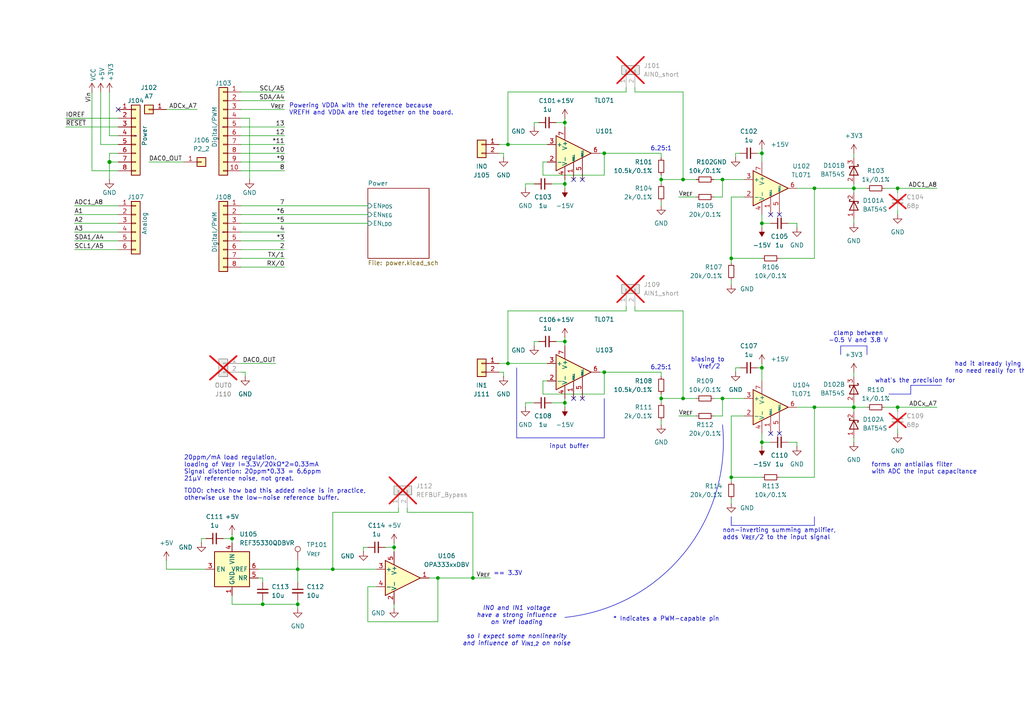
<source format=kicad_sch>
(kicad_sch (version 20250114) (generator "eeschema") (generator_version "9.0")
  (paper "A4")
  (title_block (date "2025-04-24"))
  (arc (start 209.55 123.19) (mid 198.2631 160.5989) (end 163.83 179.07))
  (text "TODO: check how bad this added noise is in practice,\notherwise use the low-noise reference buffer." (at 53.34 143.51 0) (effects (font (size 1.27 1.27)) (justify left)))
  (text "== 3.3V" (at 147.32 166.37 0) (effects (font (size 1.27 1.27) (thickness 0.1588))))
  (text "6.25:1" (at 191.77 106.68 0) (effects (font (size 1.27 1.27))))
  (text "what's the precision for" (at 265.43 110.49 0) (effects (font (size 1.27 1.27))))
  (text "forms an antialias filter\nwith ADC the input capacitance" (at 252.73 135.89 0) (effects (font (size 1.27 1.27)) (justify left)))
  (text "IN0 and IN1 voltage\nhave a strong influence\non Vref loading\n\nso I expect some nonlinearity\nand influence of V_{IN1,2} on noise" (at 149.86 181.61 0) (effects (font (size 1.27 1.27) (thickness 0.1588) (italic yes))))
  (text "non-inverting summing amplifier,\nadds V_{REF}/2 to the input signal" (at 209.55 154.94 0) (effects (font (size 1.27 1.27)) (justify left)))
  (text "20ppm/mA load regulation,\nloading of V_{REF} I=3.3V/20kΩ*2=0.33mA\nSignal distortion: 20ppm*0.33 = 6.6ppm\n21µV reference noise, not great." (at 53.34 135.89 0) (effects (font (size 1.27 1.27)) (justify left)))
  (text "input buffer" (at 165.1 129.54 0) (effects (font (size 1.27 1.27))))
  (text "6.25:1" (at 191.77 43.18 0) (effects (font (size 1.27 1.27))))
  (text "* Indicates a PWM-capable pin" (at 177.8 180.34 0) (effects (font (size 1.27 1.27)) (justify left bottom)))
  (text "biasing to \nVref/2" (at 205.74 105.41 0) (effects (font (size 1.27 1.27))))
  (text "clamp between\n-0.5 V and 3.8 V" (at 248.92 97.79 0) (effects (font (size 1.27 1.27))))
  (text "had it already lying around\nno need really for that high precision" (at 276.86 106.68 0) (effects (font (size 1.27 1.27)) (justify left)))
  (text "Powering VDDA with the reference because\nVREFH and VDDA are tied together on the board." (at 83.82 31.75 0) (effects (font (size 1.27 1.27)) (justify left)))
  (junction (at 220.98 128.27))
  (junction (at 247.65 118.11))
  (junction (at 76.2 175.26))
  (junction (at 86.36 165.1))
  (junction (at 137.16 167.64))
  (junction (at 67.31 156.21))
  (junction (at 86.36 175.26))
  (junction (at 220.98 64.77))
  (junction (at 247.65 54.61))
  (junction (at 114.3 158.75))
  (junction (at 191.77 115.57))
  (junction (at 31.75 46.99) (diameter 1.016))
  (junction (at 198.12 115.57))
  (junction (at 220.98 44.45))
  (junction (at 175.26 107.95))
  (junction (at 96.52 165.1))
  (junction (at 260.35 118.11))
  (junction (at 147.32 41.91))
  (junction (at 191.77 52.07))
  (junction (at 209.55 115.57))
  (junction (at 209.55 52.07))
  (junction (at 260.35 54.61))
  (junction (at 175.26 44.45))
  (junction (at 163.83 99.06))
  (junction (at 163.83 35.56))
  (junction (at 236.22 54.61))
  (junction (at 198.12 52.07))
  (junction (at 212.09 74.93))
  (junction (at 220.98 106.68))
  (junction (at 163.83 116.84))
  (junction (at 127 167.64))
  (junction (at 147.32 105.41))
  (junction (at 212.09 138.43))
  (junction (at 236.22 118.11))
  (junction (at 163.83 53.34))
  (no_connect (at 223.52 125.73))
  (no_connect (at 166.37 52.07))
  (no_connect (at 168.91 52.07))
  (no_connect (at 166.37 115.57))
  (no_connect (at 226.06 125.73))
  (no_connect (at 34.29 31.75))
  (no_connect (at 223.52 62.23))
  (no_connect (at 226.06 62.23))
  (no_connect (at 168.91 115.57))
  (wire (pts (xy 69.85 77.47) (xy 82.55 77.47)))
  (wire (pts (xy 212.09 57.15) (xy 212.09 74.93)))
  (wire (pts (xy 76.2 167.64) (xy 74.93 167.64)))
  (wire (pts (xy 115.57 147.32) (xy 115.57 148.59)))
  (wire (pts (xy 124.46 167.64) (xy 127 167.64)))
  (wire (pts (xy 69.85 44.45) (xy 82.55 44.45)))
  (wire (pts (xy 236.22 118.11) (xy 247.65 118.11)))
  (wire (pts (xy 59.69 156.21) (xy 58.42 156.21)))
  (wire (pts (xy 152.4 116.84) (xy 154.94 116.84)))
  (wire (pts (xy 247.65 44.45) (xy 247.65 45.72)))
  (wire (pts (xy 160.02 116.84) (xy 163.83 116.84)))
  (wire (pts (xy 247.65 118.11) (xy 247.65 119.38)))
  (wire (pts (xy 69.85 26.67) (xy 82.55 26.67)))
  (wire (pts (xy 157.48 110.49) (xy 158.75 110.49)))
  (wire (pts (xy 147.32 41.91) (xy 158.75 41.91)))
  (wire (pts (xy 114.3 158.75) (xy 114.3 160.02)))
  (polyline (pts (xy 243.84 102.87) (xy 243.84 100.33)))
  (wire (pts (xy 256.54 118.11) (xy 260.35 118.11)))
  (wire (pts (xy 220.98 64.77) (xy 220.98 66.04)))
  (wire (pts (xy 196.85 57.15) (xy 201.93 57.15)))
  (polyline (pts (xy 212.09 152.4) (xy 236.22 152.4)))
  (wire (pts (xy 48.26 165.1) (xy 59.69 165.1)))
  (wire (pts (xy 215.9 120.65) (xy 212.09 120.65)))
  (wire (pts (xy 231.14 118.11) (xy 236.22 118.11)))
  (wire (pts (xy 212.09 74.93) (xy 212.09 76.2)))
  (wire (pts (xy 161.29 35.56) (xy 163.83 35.56)))
  (wire (pts (xy 31.75 44.45) (xy 31.75 46.99)))
  (wire (pts (xy 256.54 54.61) (xy 260.35 54.61)))
  (wire (pts (xy 21.59 72.39) (xy 34.29 72.39)))
  (wire (pts (xy 157.48 46.99) (xy 158.75 46.99)))
  (wire (pts (xy 214.63 106.68) (xy 213.36 106.68)))
  (wire (pts (xy 118.11 147.32) (xy 118.11 148.59)))
  (wire (pts (xy 260.35 124.46) (xy 260.35 125.73)))
  (wire (pts (xy 127 180.34) (xy 106.68 180.34)))
  (wire (pts (xy 198.12 115.57) (xy 201.93 115.57)))
  (wire (pts (xy 212.09 146.05) (xy 212.09 144.78)))
  (wire (pts (xy 175.26 107.95) (xy 191.77 107.95)))
  (wire (pts (xy 196.85 120.65) (xy 201.93 120.65)))
  (wire (pts (xy 31.75 46.99) (xy 31.75 52.07)))
  (wire (pts (xy 144.78 41.91) (xy 147.32 41.91)))
  (wire (pts (xy 198.12 90.17) (xy 198.12 115.57)))
  (wire (pts (xy 220.98 43.18) (xy 220.98 44.45)))
  (wire (pts (xy 163.83 35.56) (xy 163.83 36.83)))
  (wire (pts (xy 86.36 165.1) (xy 96.52 165.1)))
  (wire (pts (xy 207.01 57.15) (xy 209.55 57.15)))
  (wire (pts (xy 146.05 109.22) (xy 146.05 107.95)))
  (wire (pts (xy 31.75 39.37) (xy 34.29 39.37)))
  (wire (pts (xy 247.65 53.34) (xy 247.65 54.61)))
  (wire (pts (xy 29.21 41.91) (xy 34.29 41.91)))
  (wire (pts (xy 184.15 90.17) (xy 184.15 88.9)))
  (wire (pts (xy 29.21 26.67) (xy 29.21 41.91)))
  (wire (pts (xy 220.98 106.68) (xy 220.98 110.49)))
  (wire (pts (xy 191.77 45.72) (xy 191.77 44.45)))
  (wire (pts (xy 76.2 168.91) (xy 76.2 167.64)))
  (polyline (pts (xy 236.22 149.86) (xy 236.22 152.4)))
  (wire (pts (xy 147.32 26.67) (xy 181.61 26.67)))
  (wire (pts (xy 212.09 74.93) (xy 220.98 74.93)))
  (wire (pts (xy 191.77 50.8) (xy 191.77 52.07)))
  (wire (pts (xy 69.85 36.83) (xy 82.55 36.83)))
  (wire (pts (xy 163.83 115.57) (xy 163.83 116.84)))
  (wire (pts (xy 96.52 148.59) (xy 115.57 148.59)))
  (wire (pts (xy 31.75 26.67) (xy 31.75 39.37)))
  (wire (pts (xy 69.85 59.69) (xy 106.68 59.69)))
  (wire (pts (xy 71.12 109.22) (xy 71.12 107.95)))
  (wire (pts (xy 175.26 44.45) (xy 175.26 50.8)))
  (wire (pts (xy 34.29 59.69) (xy 21.59 59.69)))
  (wire (pts (xy 213.36 106.68) (xy 213.36 107.95)))
  (wire (pts (xy 220.98 44.45) (xy 220.98 46.99)))
  (wire (pts (xy 69.85 39.37) (xy 82.55 39.37)))
  (polyline (pts (xy 264.16 111.76) (xy 273.05 111.76)))
  (wire (pts (xy 69.85 105.41) (xy 80.01 105.41)))
  (wire (pts (xy 67.31 175.26) (xy 67.31 172.72)))
  (wire (pts (xy 69.85 62.23) (xy 106.68 62.23)))
  (wire (pts (xy 220.98 105.41) (xy 220.98 106.68)))
  (wire (pts (xy 236.22 138.43) (xy 236.22 118.11)))
  (wire (pts (xy 228.6 64.77) (xy 231.14 64.77)))
  (wire (pts (xy 137.16 167.64) (xy 142.24 167.64)))
  (wire (pts (xy 156.21 99.06) (xy 154.94 99.06)))
  (wire (pts (xy 260.35 54.61) (xy 271.78 54.61)))
  (wire (pts (xy 106.68 180.34) (xy 106.68 170.18)))
  (wire (pts (xy 86.36 165.1) (xy 74.93 165.1)))
  (wire (pts (xy 213.36 44.45) (xy 213.36 45.72)))
  (wire (pts (xy 220.98 64.77) (xy 223.52 64.77)))
  (wire (pts (xy 209.55 52.07) (xy 209.55 57.15)))
  (wire (pts (xy 212.09 120.65) (xy 212.09 138.43)))
  (wire (pts (xy 69.85 46.99) (xy 82.55 46.99)))
  (wire (pts (xy 226.06 138.43) (xy 236.22 138.43)))
  (wire (pts (xy 173.99 107.95) (xy 175.26 107.95)))
  (wire (pts (xy 231.14 54.61) (xy 236.22 54.61)))
  (wire (pts (xy 209.55 115.57) (xy 209.55 120.65)))
  (wire (pts (xy 236.22 74.93) (xy 236.22 54.61)))
  (wire (pts (xy 260.35 118.11) (xy 260.35 119.38)))
  (wire (pts (xy 69.85 67.31) (xy 82.55 67.31)))
  (wire (pts (xy 184.15 26.67) (xy 184.15 25.4)))
  (wire (pts (xy 160.02 53.34) (xy 163.83 53.34)))
  (wire (pts (xy 219.71 106.68) (xy 220.98 106.68)))
  (polyline (pts (xy 243.84 100.33) (xy 251.46 100.33)))
  (wire (pts (xy 96.52 165.1) (xy 96.52 148.59)))
  (wire (pts (xy 175.26 44.45) (xy 191.77 44.45)))
  (wire (pts (xy 106.68 170.18) (xy 109.22 170.18)))
  (wire (pts (xy 191.77 52.07) (xy 191.77 53.34)))
  (wire (pts (xy 161.29 99.06) (xy 163.83 99.06)))
  (wire (pts (xy 48.26 31.75) (xy 57.15 31.75)))
  (wire (pts (xy 19.05 34.29) (xy 34.29 34.29)))
  (wire (pts (xy 118.11 148.59) (xy 137.16 148.59)))
  (wire (pts (xy 207.01 115.57) (xy 209.55 115.57)))
  (polyline (pts (xy 149.86 106.68) (xy 149.86 127)))
  (wire (pts (xy 207.01 120.65) (xy 209.55 120.65)))
  (polyline (pts (xy 175.26 115.57) (xy 175.26 127)))
  (wire (pts (xy 105.41 158.75) (xy 105.41 160.02)))
  (wire (pts (xy 163.83 52.07) (xy 163.83 53.34)))
  (wire (pts (xy 64.77 156.21) (xy 67.31 156.21)))
  (wire (pts (xy 152.4 116.84) (xy 152.4 118.11)))
  (wire (pts (xy 156.21 35.56) (xy 154.94 35.56)))
  (polyline (pts (xy 149.86 127) (xy 175.26 127)))
  (wire (pts (xy 72.39 34.29) (xy 72.39 52.07)))
  (wire (pts (xy 198.12 26.67) (xy 198.12 52.07)))
  (wire (pts (xy 228.6 128.27) (xy 231.14 128.27)))
  (wire (pts (xy 191.77 58.42) (xy 191.77 59.69)))
  (wire (pts (xy 144.78 44.45) (xy 146.05 44.45)))
  (wire (pts (xy 175.26 107.95) (xy 175.26 114.3)))
  (wire (pts (xy 69.85 31.75) (xy 82.55 31.75)))
  (wire (pts (xy 260.35 60.96) (xy 260.35 62.23)))
  (polyline (pts (xy 251.46 100.33) (xy 251.46 102.87)))
  (wire (pts (xy 34.29 64.77) (xy 21.59 64.77)))
  (wire (pts (xy 19.05 36.83) (xy 34.29 36.83)))
  (wire (pts (xy 184.15 26.67) (xy 198.12 26.67)))
  (wire (pts (xy 181.61 25.4) (xy 181.61 26.67)))
  (wire (pts (xy 34.29 46.99) (xy 31.75 46.99)))
  (wire (pts (xy 157.48 50.8) (xy 157.48 46.99)))
  (wire (pts (xy 191.77 115.57) (xy 191.77 116.84)))
  (wire (pts (xy 137.16 148.59) (xy 137.16 167.64)))
  (wire (pts (xy 191.77 114.3) (xy 191.77 115.57)))
  (wire (pts (xy 251.46 54.61) (xy 247.65 54.61)))
  (polyline (pts (xy 257.81 114.3) (xy 264.16 114.3)))
  (wire (pts (xy 147.32 26.67) (xy 147.32 41.91)))
  (wire (pts (xy 152.4 53.34) (xy 154.94 53.34)))
  (wire (pts (xy 147.32 105.41) (xy 158.75 105.41)))
  (wire (pts (xy 127 167.64) (xy 127 180.34)))
  (wire (pts (xy 86.36 175.26) (xy 76.2 175.26)))
  (wire (pts (xy 207.01 52.07) (xy 209.55 52.07)))
  (wire (pts (xy 175.26 114.3) (xy 157.48 114.3)))
  (wire (pts (xy 173.99 44.45) (xy 175.26 44.45)))
  (wire (pts (xy 127 167.64) (xy 137.16 167.64)))
  (wire (pts (xy 147.32 90.17) (xy 147.32 105.41)))
  (wire (pts (xy 34.29 49.53) (xy 26.67 49.53)))
  (wire (pts (xy 163.83 97.79) (xy 163.83 99.06)))
  (wire (pts (xy 86.36 162.56) (xy 86.36 165.1)))
  (wire (pts (xy 144.78 107.95) (xy 146.05 107.95)))
  (wire (pts (xy 184.15 90.17) (xy 198.12 90.17)))
  (wire (pts (xy 220.98 128.27) (xy 220.98 129.54)))
  (wire (pts (xy 21.59 62.23) (xy 34.29 62.23)))
  (wire (pts (xy 86.36 175.26) (xy 86.36 176.53)))
  (wire (pts (xy 69.85 107.95) (xy 71.12 107.95)))
  (wire (pts (xy 247.65 116.84) (xy 247.65 118.11)))
  (wire (pts (xy 209.55 115.57) (xy 215.9 115.57)))
  (polyline (pts (xy 212.09 149.86) (xy 212.09 152.4)))
  (wire (pts (xy 212.09 138.43) (xy 212.09 139.7)))
  (wire (pts (xy 114.3 175.26) (xy 114.3 176.53)))
  (wire (pts (xy 220.98 62.23) (xy 220.98 64.77)))
  (wire (pts (xy 163.83 53.34) (xy 163.83 54.61)))
  (wire (pts (xy 175.26 50.8) (xy 157.48 50.8)))
  (wire (pts (xy 231.14 128.27) (xy 231.14 129.54)))
  (wire (pts (xy 69.85 34.29) (xy 72.39 34.29)))
  (wire (pts (xy 181.61 88.9) (xy 181.61 90.17)))
  (wire (pts (xy 191.77 115.57) (xy 198.12 115.57)))
  (wire (pts (xy 76.2 175.26) (xy 67.31 175.26)))
  (wire (pts (xy 34.29 44.45) (xy 31.75 44.45)))
  (wire (pts (xy 53.34 46.99) (xy 43.18 46.99)))
  (wire (pts (xy 111.76 158.75) (xy 114.3 158.75)))
  (wire (pts (xy 214.63 44.45) (xy 213.36 44.45)))
  (wire (pts (xy 154.94 99.06) (xy 154.94 100.33)))
  (wire (pts (xy 114.3 157.48) (xy 114.3 158.75)))
  (wire (pts (xy 69.85 41.91) (xy 82.55 41.91)))
  (wire (pts (xy 106.68 158.75) (xy 105.41 158.75)))
  (wire (pts (xy 86.36 173.99) (xy 86.36 175.26)))
  (wire (pts (xy 231.14 64.77) (xy 231.14 66.04)))
  (wire (pts (xy 69.85 64.77) (xy 106.68 64.77)))
  (wire (pts (xy 236.22 54.61) (xy 247.65 54.61)))
  (wire (pts (xy 58.42 156.21) (xy 58.42 157.48)))
  (wire (pts (xy 21.59 67.31) (xy 34.29 67.31)))
  (wire (pts (xy 247.65 63.5) (xy 247.65 64.77)))
  (wire (pts (xy 247.65 54.61) (xy 247.65 55.88)))
  (wire (pts (xy 215.9 57.15) (xy 212.09 57.15)))
  (wire (pts (xy 144.78 105.41) (xy 147.32 105.41)))
  (wire (pts (xy 191.77 109.22) (xy 191.77 107.95)))
  (wire (pts (xy 163.83 34.29) (xy 163.83 35.56)))
  (wire (pts (xy 86.36 168.91) (xy 86.36 165.1)))
  (wire (pts (xy 96.52 165.1) (xy 109.22 165.1)))
  (wire (pts (xy 76.2 173.99) (xy 76.2 175.26)))
  (polyline (pts (xy 264.16 114.3) (xy 264.16 111.76)))
  (wire (pts (xy 191.77 52.07) (xy 198.12 52.07)))
  (wire (pts (xy 251.46 118.11) (xy 247.65 118.11)))
  (wire (pts (xy 69.85 29.21) (xy 82.55 29.21)))
  (wire (pts (xy 163.83 116.84) (xy 163.83 118.11)))
  (wire (pts (xy 260.35 54.61) (xy 260.35 55.88)))
  (wire (pts (xy 212.09 82.55) (xy 212.09 81.28)))
  (wire (pts (xy 69.85 72.39) (xy 82.55 72.39)))
  (wire (pts (xy 146.05 45.72) (xy 146.05 44.45)))
  (wire (pts (xy 220.98 125.73) (xy 220.98 128.27)))
  (wire (pts (xy 152.4 53.34) (xy 152.4 54.61)))
  (wire (pts (xy 69.85 69.85) (xy 82.55 69.85)))
  (wire (pts (xy 157.48 114.3) (xy 157.48 110.49)))
  (wire (pts (xy 48.26 162.56) (xy 48.26 165.1)))
  (wire (pts (xy 209.55 52.07) (xy 215.9 52.07)))
  (wire (pts (xy 198.12 52.07) (xy 201.93 52.07)))
  (wire (pts (xy 191.77 121.92) (xy 191.77 123.19)))
  (wire (pts (xy 260.35 118.11) (xy 271.78 118.11)))
  (wire (pts (xy 219.71 44.45) (xy 220.98 44.45)))
  (wire (pts (xy 163.83 99.06) (xy 163.83 100.33)))
  (wire (pts (xy 147.32 90.17) (xy 181.61 90.17)))
  (wire (pts (xy 154.94 35.56) (xy 154.94 36.83)))
  (wire (pts (xy 247.65 127) (xy 247.65 128.27)))
  (wire (pts (xy 212.09 138.43) (xy 220.98 138.43)))
  (wire (pts (xy 69.85 74.93) (xy 82.55 74.93)))
  (wire (pts (xy 26.67 49.53) (xy 26.67 26.67)))
  (wire (pts (xy 220.98 128.27) (xy 223.52 128.27)))
  (wire (pts (xy 67.31 154.94) (xy 67.31 156.21)))
  (wire (pts (xy 67.31 156.21) (xy 67.31 157.48)))
  (wire (pts (xy 34.29 69.85) (xy 21.59 69.85)))
  (wire (pts (xy 226.06 74.93) (xy 236.22 74.93)))
  (wire (pts (xy 69.85 49.53) (xy 82.55 49.53)))
  (wire (pts (xy 247.65 107.95) (xy 247.65 109.22)))
  (label "RX{slash}0" (at 82.55 77.47 180))
  (label "A2" (at 21.59 64.77 0))
  (label "4" (at 82.55 67.31 180))
  (label "2" (at 82.55 72.39 180))
  (label "A3" (at 21.59 67.31 0))
  (label "13" (at 82.55 36.83 180))
  (label "12" (at 82.55 39.37 180))
  (label "V_{REF}" (at 82.55 31.75 180))
  (label "~{RESET}" (at 19.05 36.83 0))
  (label "DAC0_OUT" (at 80.01 105.41 180))
  (label "*10" (at 82.55 44.45 180))
  (label "V_{REF}" (at 196.85 57.15 0))
  (label "7" (at 82.55 59.69 180))
  (label "SDA{slash}A4" (at 82.55 29.21 180))
  (label "8" (at 82.55 49.53 180))
  (label "V_{REF}" (at 142.24 167.64 180))
  (label "*11" (at 82.55 41.91 180))
  (label "*3" (at 82.55 69.85 180))
  (label "ADCx_A7" (at 271.78 118.11 180))
  (label "A1" (at 21.59 62.23 0))
  (label "TX{slash}1" (at 82.55 74.93 180))
  (label "DAC0_OUT" (at 43.18 46.99 0))
  (label "ADC1_A8" (at 21.59 59.69 0))
  (label "Vin" (at 26.67 26.67 270))
  (label "*6" (at 82.55 62.23 180))
  (label "ADC1_A8" (at 271.78 54.61 180))
  (label "SCL{slash}A5" (at 82.55 26.67 180))
  (label "*9" (at 82.55 46.99 180))
  (label "*5" (at 82.55 64.77 180))
  (label "IOREF" (at 19.05 34.29 0))
  (label "SDA1{slash}A4" (at 21.59 69.85 0))
  (label "ADCx_A7" (at 57.15 31.75 180))
  (label "SCL1{slash}A5" (at 21.59 72.39 0))
  (label "V_{REF}" (at 196.85 120.65 0))
  (symbol (lib_id "Connector_Generic:Conn_01x08") (at 39.37 39.37 0) (unit 1) (in_bom no)
    (property "Reference" "J104" (at 39.37 29.21 0))
    (property "Value" "Power" (at 41.91 39.37 90))
    (property "Footprint" "Connector_PinSocket_2.54mm:PinSocket_1x08_P2.54mm_Vertical" (effects (hide yes)))
    (property "Datasheet" "~" (at 39.37 39.37 0))
    (property "Description" "Generic connector, single row, 01x08, script generated (kicad-library-utils/schlib/autogen/connector/)" (effects (hide yes)))
  )
  (symbol (lib_id "power:+3V3") (at 31.75 26.67 0) (unit 1)
    (property "Reference" "#PWR0103" (effects (hide yes)))
    (property "Value" "+3V3" (at 32.131 23.622 90) (effects (justify left)))
    (property "Description" "Power symbol creates a global label with name \"+3V3\"" (effects (hide yes)))
  )
  (symbol (lib_id "power:+5V") (at 29.21 26.67 0) (unit 1)
    (property "Reference" "#PWR0102" (effects (hide yes)))
    (property "Value" "+5V" (at 29.5656 23.622 90) (effects (justify left)))
    (property "Description" "Power symbol creates a global label with name \"+5V\"" (effects (hide yes)))
  )
  (symbol (lib_id "power:GND") (at 31.75 52.07 0) (unit 1)
    (property "Reference" "#PWR0110" (effects (hide yes)))
    (property "Value" "GND" (at 31.75 55.88 0))
    (property "Description" "Power symbol creates a global label with name \"GND\" , ground" (effects (hide yes)))
  )
  (symbol (lib_id "Connector_Generic:Conn_01x10") (at 64.77 36.83 0) (mirror y) (unit 1) (in_bom no)
    (property "Reference" "J103" (at 64.77 24.13 0))
    (property "Value" "Digital/PWM" (at 62.23 36.83 90))
    (property "Footprint" "Connector_PinSocket_2.54mm:PinSocket_1x10_P2.54mm_Vertical" (effects (hide yes)))
    (property "Datasheet" "~" (at 64.77 36.83 0))
    (property "Description" "Generic connector, single row, 01x10, script generated (kicad-library-utils/schlib/autogen/connector/)" (effects (hide yes)))
  )
  (symbol (lib_id "power:GND") (at 72.39 52.07 0) (unit 1)
    (property "Reference" "#PWR0111" (effects (hide yes)))
    (property "Value" "GND" (at 72.39 55.88 0))
    (property "Description" "Power symbol creates a global label with name \"GND\" , ground" (effects (hide yes)))
  )
  (symbol (lib_id "Connector_Generic:Conn_01x06") (at 39.37 64.77 0) (unit 1) (in_bom no)
    (property "Reference" "J107" (at 39.37 57.15 0))
    (property "Value" "Analog" (at 41.91 64.77 90))
    (property "Footprint" "Connector_PinSocket_2.54mm:PinSocket_1x06_P2.54mm_Vertical" (effects (hide yes)))
    (property "Description" "Generic connector, single row, 01x06, script generated (kicad-library-utils/schlib/autogen/connector/)" (effects (hide yes)))
  )
  (symbol (lib_id "Connector_Generic:Conn_01x08") (at 64.77 67.31 0) (mirror y) (unit 1) (in_bom no)
    (property "Reference" "J108" (at 64.77 57.15 0))
    (property "Value" "Digital/PWM" (at 62.23 67.31 90))
    (property "Footprint" "Connector_PinSocket_2.54mm:PinSocket_1x08_P2.54mm_Vertical" (effects (hide yes)))
    (property "Datasheet" "~" (at 64.77 67.31 0))
    (property "Description" "Generic connector, single row, 01x08, script generated (kicad-library-utils/schlib/autogen/connector/)" (effects (hide yes)))
  )
  (symbol (lib_id "Connector_Generic:Conn_01x02") (at 181.61 83.82 90) (unit 1) (dnp yes)
    (property "Reference" "J109" (at 186.69 82.5499 90) (effects (justify right)))
    (property "Value" "AIN1_short" (at 186.69 85.0899 90) (effects (justify right)))
    (property "Footprint" "Connector_PinHeader_2.54mm:PinHeader_1x02_P2.54mm_Vertical" (effects (hide yes)))
    (property "Description" "Generic connector, single row, 01x02, script generated (kicad-library-utils/schlib/autogen/connector/)" (effects (hide yes)))
  )
  (symbol (lib_id "power:+15V") (at 220.98 43.18 0) (mirror y) (unit 1)
    (property "Reference" "#PWR0106" (effects (hide yes)))
    (property "Value" "+15V" (at 223.52 41.9099 0) (effects (justify right)))
    (property "Description" "Power symbol creates a global label with name \"+15V\"" (effects (hide yes)))
  )
  (symbol (lib_id "Amplifier_Operational:TL071") (at 166.37 44.45 0) (unit 1) (in_bom no)
    (property "Reference" "U101" (at 175.26 38.0298 0))
    (property "Value" "TL071" (at 175.26 29.1398 0))
    (property "Footprint" "Package_SO:SOIC-8_3.9x4.9mm_P1.27mm" (effects (hide yes)))
    (property "Datasheet" "http://www.ti.com/lit/ds/symlink/tl071.pdf" (effects (hide yes)))
    (property "Description" "Single Low-Noise JFET-Input Operational Amplifiers, DIP-8/SOIC-8" (effects (hide yes)))
  )
  (symbol (lib_id "Device:C_Small") (at 76.2 171.45 0) (unit 1)
    (property "Reference" "C113" (at 78.74 170.1862 0) (effects (justify left)))
    (property "Value" "10u" (at 78.74 172.7262 0) (effects (justify left)))
    (property "Footprint" "Capacitor_SMD:C_0402_1005Metric" (effects (hide yes)))
    (property "Description" "Unpolarized capacitor, small symbol" (effects (hide yes)))
    (property "MPN" "CL05A106MQ5NUNC" (effects (hide yes)))
    (property "LCSC" "C15525" (effects (hide yes)))
  )
  (symbol (lib_id "Device:D_Schottky_Dual_Series_ACK_Split") (at 247.65 123.19 90) (unit 1)
    (property "Reference" "D102" (at 250.19 121.6659 90) (effects (justify right)))
    (property "Value" "BAT54S" (at 250.19 124.2059 90) (effects (justify right)))
    (property "Footprint" "Package_TO_SOT_SMD:SOT-23-3" (effects (hide yes)))
    (property "Description" "Dual Schottky diode, anode/center/cathode" (effects (hide yes)))
  )
  (symbol (lib_id "power:GND") (at 260.35 125.73 0) (unit 1)
    (property "Reference" "#PWR0130" (effects (hide yes)))
    (property "Value" "GND" (at 260.35 130.81 0))
    (property "Description" "Power symbol creates a global label with name \"GND\" , ground" (effects (hide yes)))
  )
  (symbol (lib_id "Connector:TestPoint") (at 86.36 162.56 0) (unit 1) (in_bom no)
    (property "Reference" "TP101" (at 88.9 157.9879 0) (effects (justify left)))
    (property "Value" "V_{REF}" (at 88.9 160.5279 0) (effects (justify left)))
    (property "Footprint" "TestPoint:TestPoint_Pad_D1.5mm" (effects (hide yes)))
    (property "Description" "test point" (effects (hide yes)))
  )
  (symbol (lib_id "power:-15V") (at 220.98 129.54 180) (unit 1)
    (property "Reference" "#PWR0132" (effects (hide yes)))
    (property "Value" "-15V" (at 220.98 134.62 0))
    (property "Description" "Power symbol creates a global label with name \"-15V\"" (effects (hide yes)))
  )
  (symbol (lib_id "power:GND") (at 152.4 118.11 0) (unit 1)
    (property "Reference" "#PWR0127" (effects (hide yes)))
    (property "Value" "GND" (at 152.4 123.19 0))
    (property "Description" "Power symbol creates a global label with name \"GND\" , ground" (effects (hide yes)))
  )
  (symbol (lib_name "R_Small_2") (lib_id "Device:R_Small") (at 191.77 111.76 180) (unit 1)
    (property "Reference" "R108" (at 189.23 110.4899 0) (effects (justify left)))
    (property "Value" "10.5k/0.1%" (at 189.23 113.0299 0) (effects (justify left)))
    (property "Footprint" "Resistor_SMD:R_0603_1608Metric" (effects (hide yes)))
    (property "Description" "Resistor, small symbol" (effects (hide yes)))
    (property "MPN" "PTFR0603B10K5N9" (effects (hide yes)))
    (property "LCSC" "C2692889" (effects (hide yes)))
  )
  (symbol (lib_name "R_Small_2") (lib_id "Device:R_Small") (at 191.77 119.38 180) (unit 1)
    (property "Reference" "R111" (at 189.23 118.1099 0) (effects (justify left)))
    (property "Value" "2k/0.1%" (at 189.23 120.6499 0) (effects (justify left)))
    (property "Footprint" "Resistor_SMD:R_0603_1608Metric" (effects (hide yes)))
    (property "Description" "Resistor, small symbol" (effects (hide yes)))
    (property "MPN" "PTFR0603B2K00N9" (effects (hide yes)))
    (property "LCSC" "C394539" (effects (hide yes)))
  )
  (symbol (lib_id "power:+5V") (at 67.31 154.94 0) (unit 1)
    (property "Reference" "#PWR0135" (effects (hide yes)))
    (property "Value" "+5V" (at 67.31 149.86 0))
    (property "Description" "Power symbol creates a global label with name \"+5V\"" (effects (hide yes)))
  )
  (symbol (lib_id "power:-15V") (at 220.98 66.04 180) (unit 1)
    (property "Reference" "#PWR0117" (effects (hide yes)))
    (property "Value" "-15V" (at 220.98 71.12 0))
    (property "Description" "Power symbol creates a global label with name \"-15V\"" (effects (hide yes)))
  )
  (symbol (lib_id "Amplifier_Operational:OPA333xxDBV") (at 116.84 167.64 0) (unit 1) (in_bom no)
    (property "Reference" "U106" (at 129.54 161.2198 0))
    (property "Value" "OPA333xxDBV" (at 129.54 163.7598 0))
    (property "Footprint" "Package_TO_SOT_SMD:SOT-23-5" (effects (hide yes)))
    (property "Datasheet" "http://www.ti.com/lit/ds/symlink/opa333.pdf" (effects (hide yes)))
    (property "Description" "Single 1.8V, microPower, CMOS Operational Amplifiers, Zero-Drift Series, SOT-23-5" (effects (hide yes)))
  )
  (symbol (lib_id "Device:C_Small") (at 217.17 106.68 90) (unit 1)
    (property "Reference" "C107" (at 217.1763 100.33 90))
    (property "Value" "1u" (at 217.1763 102.87 90))
    (property "Footprint" "Capacitor_SMD:C_0402_1005Metric" (effects (hide yes)))
    (property "Description" "Unpolarized capacitor, small symbol" (effects (hide yes)))
    (property "LCSC" "C52923" (effects (hide yes)))
    (property "MPN" "CL05A105KA5NQNC" (effects (hide yes)))
  )
  (symbol (lib_id "Device:C_Small") (at 62.23 156.21 90) (unit 1)
    (property "Reference" "C111" (at 62.2363 149.86 90))
    (property "Value" "1u" (at 62.2363 152.4 90))
    (property "Footprint" "Capacitor_SMD:C_0402_1005Metric" (effects (hide yes)))
    (property "Description" "Unpolarized capacitor, small symbol" (effects (hide yes)))
    (property "MPN" "CL05A105KA5NQNC" (effects (hide yes)))
    (property "LCSC" "C52923" (effects (hide yes)))
  )
  (symbol (lib_name "R_Small_2") (lib_id "Device:R_Small") (at 254 118.11 270) (unit 1)
    (property "Reference" "R110" (at 254 113.03 90))
    (property "Value" "1k/0.1%" (at 254 115.57 90))
    (property "Footprint" "Resistor_SMD:R_0603_1608Metric" (effects (hide yes)))
    (property "Description" "Resistor, small symbol" (effects (hide yes)))
    (property "MPN" "AR03BTB1001" (effects (hide yes)))
    (property "LCSC" "C408913" (effects (hide yes)))
  )
  (symbol (lib_name "R_Small_2") (lib_id "Device:R_Small") (at 191.77 55.88 180) (unit 1)
    (property "Reference" "R104" (at 189.23 54.6099 0) (effects (justify left)))
    (property "Value" "2k/0.1%" (at 189.23 57.1499 0) (effects (justify left)))
    (property "Footprint" "Resistor_SMD:R_0603_1608Metric" (effects (hide yes)))
    (property "Description" "Resistor, small symbol" (effects (hide yes)))
    (property "MPN" "PTFR0603B2K00N9" (effects (hide yes)))
    (property "LCSC" "C394539" (effects (hide yes)))
  )
  (symbol (lib_id "Device:C_Small") (at 217.17 44.45 90) (unit 1)
    (property "Reference" "C102" (at 217.1763 38.1 90))
    (property "Value" "1u" (at 217.1763 40.64 90))
    (property "Footprint" "Capacitor_SMD:C_0402_1005Metric" (effects (hide yes)))
    (property "Description" "Unpolarized capacitor, small symbol" (effects (hide yes)))
    (property "LCSC" "C52923" (effects (hide yes)))
    (property "MPN" "CL05A105KA5NQNC" (effects (hide yes)))
  )
  (symbol (lib_id "Device:C_Small") (at 86.36 171.45 0) (unit 1)
    (property "Reference" "C112" (at 88.9 170.1862 0) (effects (justify left)))
    (property "Value" "10u" (at 88.9 172.7262 0) (effects (justify left)))
    (property "Footprint" "Capacitor_SMD:C_0402_1005Metric" (effects (hide yes)))
    (property "Description" "Unpolarized capacitor, small symbol" (effects (hide yes)))
    (property "MPN" "CL05A106MQ5NUNC" (effects (hide yes)))
    (property "LCSC" "C15525" (effects (hide yes)))
  )
  (symbol (lib_id "power:GND") (at 212.09 82.55 0) (unit 1)
    (property "Reference" "#PWR0119" (effects (hide yes)))
    (property "Value" "GND" (at 214.63 83.8199 0) (effects (justify left)))
    (property "Description" "Power symbol creates a global label with name \"GND\" , ground" (effects (hide yes)))
  )
  (symbol (lib_id "power:GND") (at 247.65 64.77 0) (unit 1)
    (property "Reference" "#PWR0116" (effects (hide yes)))
    (property "Value" "GND" (at 247.65 69.85 0))
    (property "Description" "Power symbol creates a global label with name \"GND\" , ground" (effects (hide yes)))
  )
  (symbol (lib_id "power:GND") (at 152.4 54.61 0) (unit 1)
    (property "Reference" "#PWR0112" (effects (hide yes)))
    (property "Value" "GND" (at 152.4 59.69 0))
    (property "Description" "Power symbol creates a global label with name \"GND\" , ground" (effects (hide yes)))
  )
  (symbol (lib_id "Device:C_Small") (at 226.06 128.27 90) (unit 1)
    (property "Reference" "C110" (at 226.0663 132.08 90))
    (property "Value" "1u" (at 226.0663 134.62 90))
    (property "Footprint" "Capacitor_SMD:C_0402_1005Metric" (effects (hide yes)))
    (property "Description" "Unpolarized capacitor, small symbol" (effects (hide yes)))
    (property "LCSC" "C52923" (effects (hide yes)))
    (property "MPN" "CL05A105KA5NQNC" (effects (hide yes)))
  )
  (symbol (lib_id "Device:C_Small") (at 260.35 58.42 0) (unit 1) (in_bom no) (dnp yes)
    (property "Reference" "C104" (at 262.89 57.1562 0) (effects (justify left)))
    (property "Value" "68p" (at 262.89 59.6962 0) (effects (justify left)))
    (property "Footprint" "Capacitor_SMD:C_0603_1608Metric" (effects (hide yes)))
    (property "Description" "Unpolarized capacitor, small symbol" (effects (hide yes)))
  )
  (symbol (lib_id "Amplifier_Operational:TL071") (at 166.37 107.95 0) (unit 1) (in_bom no)
    (property "Reference" "U103" (at 175.26 101.5298 0))
    (property "Value" "TL071" (at 175.26 92.6398 0))
    (property "Footprint" "Package_SO:SOIC-8_3.9x4.9mm_P1.27mm" (effects (hide yes)))
    (property "Datasheet" "http://www.ti.com/lit/ds/symlink/tl071.pdf" (effects (hide yes)))
    (property "Description" "Single Low-Noise JFET-Input Operational Amplifiers, DIP-8/SOIC-8" (effects (hide yes)))
  )
  (symbol (lib_id "power:+3V3") (at 247.65 107.95 0) (unit 1)
    (property "Reference" "#PWR0123" (effects (hide yes)))
    (property "Value" "+3V3" (at 247.65 102.87 0))
    (property "Description" "Power symbol creates a global label with name \"+3V3\"" (effects (hide yes)))
  )
  (symbol (lib_id "Device:C_Small") (at 157.48 116.84 90) (unit 1)
    (property "Reference" "C108" (at 157.4863 120.65 90))
    (property "Value" "1u" (at 157.4863 123.19 90))
    (property "Footprint" "Capacitor_SMD:C_0402_1005Metric" (effects (hide yes)))
    (property "Description" "Unpolarized capacitor, small symbol" (effects (hide yes)))
    (property "LCSC" "C52923" (effects (hide yes)))
    (property "MPN" "CL05A105KA5NQNC" (effects (hide yes)))
  )
  (symbol (lib_id "power:GND") (at 191.77 59.69 0) (unit 1)
    (property "Reference" "#PWR0114" (effects (hide yes)))
    (property "Value" "GND" (at 191.77 64.77 0))
    (property "Description" "Power symbol creates a global label with name \"GND\" , ground" (effects (hide yes)))
  )
  (symbol (lib_id "power:GND") (at 231.14 66.04 0) (mirror y) (unit 1)
    (property "Reference" "#PWR0118" (effects (hide yes)))
    (property "Value" "GND" (at 231.14 71.12 0))
    (property "Description" "Power symbol creates a global label with name \"GND\" , ground" (effects (hide yes)))
  )
  (symbol (lib_id "Connector_Generic:Conn_01x02") (at 181.61 20.32 90) (unit 1) (dnp yes)
    (property "Reference" "J101" (at 186.69 19.0499 90) (effects (justify right)))
    (property "Value" "AIN0_short" (at 186.69 21.5899 90) (effects (justify right)))
    (property "Footprint" "Connector_PinHeader_2.54mm:PinHeader_1x02_P2.54mm_Vertical" (effects (hide yes)))
    (property "Description" "Generic connector, single row, 01x02, script generated (kicad-library-utils/schlib/autogen/connector/)" (effects (hide yes)))
  )
  (symbol (lib_id "power:GND") (at 146.05 109.22 0) (unit 1)
    (property "Reference" "#PWR0125" (effects (hide yes)))
    (property "Value" "GND" (at 146.05 114.3 0))
    (property "Description" "Power symbol creates a global label with name \"GND\" , ground" (effects (hide yes)))
  )
  (symbol (lib_name "R_Small_2") (lib_id "Device:R_Small") (at 212.09 142.24 0) (unit 1)
    (property "Reference" "R114" (at 209.55 140.9699 0) (effects (justify right)))
    (property "Value" "20k/0.1%" (at 209.55 143.5099 0) (effects (justify right)))
    (property "Footprint" "Resistor_SMD:R_0603_1608Metric" (effects (hide yes)))
    (property "Description" "Resistor, small symbol" (effects (hide yes)))
    (property "MPN" "RT0603BRD0720KL" (effects (hide yes)))
    (property "LCSC" "C723637" (effects (hide yes)))
  )
  (symbol (lib_id "power:VCC") (at 26.67 26.67 0) (unit 1)
    (property "Reference" "#PWR0101" (effects (hide yes)))
    (property "Value" "VCC" (at 27.051 23.622 90) (effects (justify left)))
    (property "Description" "Power symbol creates a global label with name \"VCC\"" (effects (hide yes)))
  )
  (symbol (lib_id "Connector_Generic:Conn_01x02") (at 115.57 142.24 90) (unit 1) (dnp yes)
    (property "Reference" "J112" (at 120.65 140.9699 90) (effects (justify right)))
    (property "Value" "REFBUF_Bypass" (at 120.65 143.5099 90) (effects (justify right)))
    (property "Footprint" "Connector_PinHeader_2.54mm:PinHeader_1x02_P2.54mm_Vertical" (effects (hide yes)))
    (property "Description" "Generic connector, single row, 01x02, script generated (kicad-library-utils/schlib/autogen/connector/)" (effects (hide yes)))
  )
  (symbol (lib_name "R_Small_2") (lib_id "Device:R_Small") (at 204.47 57.15 90) (unit 1)
    (property "Reference" "R105" (at 204.47 59.69 90))
    (property "Value" "20k/0.1%" (at 204.47 62.23 90))
    (property "Footprint" "Resistor_SMD:R_0603_1608Metric" (effects (hide yes)))
    (property "Description" "Resistor, small symbol" (effects (hide yes)))
    (property "MPN" "RT0603BRD0720KL" (effects (hide yes)))
    (property "LCSC" "C723637" (effects (hide yes)))
  )
  (symbol (lib_id "Device:D_Schottky_Dual_Series_ACK_Split") (at 247.65 59.69 90) (unit 1)
    (property "Reference" "D101" (at 250.19 58.1659 90) (effects (justify right)))
    (property "Value" "BAT54S" (at 250.19 60.7059 90) (effects (justify right)))
    (property "Footprint" "Package_TO_SOT_SMD:SOT-23-3" (effects (hide yes)))
    (property "Description" "Dual Schottky diode, anode/center/cathode" (effects (hide yes)))
  )
  (symbol (lib_name "R_Small_2") (lib_id "Device:R_Small") (at 204.47 115.57 90) (unit 1)
    (property "Reference" "R109" (at 204.47 110.49 90))
    (property "Value" "10k/0.1%" (at 204.47 113.03 90))
    (property "Footprint" "Resistor_SMD:R_0603_1608Metric" (effects (hide yes)))
    (property "Description" "Resistor, small symbol" (effects (hide yes)))
    (property "MPN" "RT0603BRD0710KL" (effects (hide yes)))
    (property "LCSC" "C95204" (effects (hide yes)))
  )
  (symbol (lib_id "Device:D_Schottky_Dual_Series_ACK_Split") (at 247.65 49.53 270) (unit 2)
    (property "Reference" "D101" (at 245.11 48.0059 90) (effects (justify right)))
    (property "Value" "BAT54S" (at 245.11 50.5459 90) (effects (justify right)))
    (property "Footprint" "Package_TO_SOT_SMD:SOT-23-3" (effects (hide yes)))
    (property "Description" "Dual Schottky diode, anode/center/cathode" (effects (hide yes)))
  )
  (symbol (lib_id "power:+15V") (at 220.98 105.41 0) (mirror y) (unit 1)
    (property "Reference" "#PWR0122" (effects (hide yes)))
    (property "Value" "+15V" (at 223.52 104.1399 0) (effects (justify right)))
    (property "Description" "Power symbol creates a global label with name \"+15V\"" (effects (hide yes)))
  )
  (symbol (lib_name "R_Small_2") (lib_id "Device:R_Small") (at 191.77 48.26 180) (unit 1)
    (property "Reference" "R101" (at 189.23 46.9899 0) (effects (justify left)))
    (property "Value" "10.5k/0.1%" (at 189.23 49.5299 0) (effects (justify left)))
    (property "Footprint" "Resistor_SMD:R_0603_1608Metric" (effects (hide yes)))
    (property "Description" "Resistor, small symbol" (effects (hide yes)))
    (property "MPN" "PTFR0603B10K5N9" (effects (hide yes)))
    (property "LCSC" "C2692889" (effects (hide yes)))
  )
  (symbol (lib_id "Device:C_Small") (at 226.06 64.77 90) (unit 1)
    (property "Reference" "C105" (at 226.0663 68.58 90))
    (property "Value" "1u" (at 226.0663 71.12 90))
    (property "Footprint" "Capacitor_SMD:C_0402_1005Metric" (effects (hide yes)))
    (property "Description" "Unpolarized capacitor, small symbol" (effects (hide yes)))
    (property "LCSC" "C52923" (effects (hide yes)))
    (property "MPN" "CL05A105KA5NQNC" (effects (hide yes)))
  )
  (symbol (lib_name "R_Small_2") (lib_id "Device:R_Small") (at 254 54.61 270) (unit 1)
    (property "Reference" "R103" (at 254 49.53 90))
    (property "Value" "1k/0.1%" (at 254 52.07 90))
    (property "Footprint" "Resistor_SMD:R_0603_1608Metric" (effects (hide yes)))
    (property "Description" "Resistor, small symbol" (effects (hide yes)))
    (property "MPN" "AR03BTB1001" (effects (hide yes)))
    (property "LCSC" "C408913" (effects (hide yes)))
  )
  (symbol (lib_id "Connector_Generic:Conn_01x01") (at 58.42 46.99 0) (unit 1) (in_bom no)
    (property "Reference" "J106" (at 58.42 40.64 0))
    (property "Value" "P2_2" (at 58.42 43.18 0))
    (property "Footprint" "Connector_PinHeader_2.54mm:PinHeader_1x01_P2.54mm_Vertical" (effects (hide yes)))
    (property "Description" "Generic connector, single row, 01x01, script generated (kicad-library-utils/schlib/autogen/connector/)" (effects (hide yes)))
  )
  (symbol (lib_name "R_Small_2") (lib_id "Device:R_Small") (at 223.52 74.93 270) (unit 1)
    (property "Reference" "R106" (at 223.52 77.47 90))
    (property "Value" "10k/0.1%" (at 223.52 80.01 90))
    (property "Footprint" "Resistor_SMD:R_0603_1608Metric" (effects (hide yes)))
    (property "Description" "Resistor, small symbol" (effects (hide yes)))
    (property "MPN" "RT0603BRD0710KL" (effects (hide yes)))
    (property "LCSC" "C95204" (effects (hide yes)))
  )
  (symbol (lib_id "Device:D_Schottky_Dual_Series_ACK_Split") (at 247.65 113.03 270) (unit 2)
    (property "Reference" "D102" (at 245.11 111.5059 90) (effects (justify right)))
    (property "Value" "BAT54S" (at 245.11 114.0459 90) (effects (justify right)))
    (property "Footprint" "Package_TO_SOT_SMD:SOT-23-3" (effects (hide yes)))
    (property "Description" "Dual Schottky diode, anode/center/cathode" (effects (hide yes)))
  )
  (symbol (lib_id "power:GND") (at 58.42 157.48 0) (unit 1)
    (property "Reference" "#PWR0136" (effects (hide yes)))
    (property "Value" "GND" (at 55.88 158.7499 0) (effects (justify right)))
    (property "Description" "Power symbol creates a global label with name \"GND\" , ground" (effects (hide yes)))
  )
  (symbol (lib_id "power:GND") (at 212.09 146.05 0) (unit 1)
    (property "Reference" "#PWR0134" (effects (hide yes)))
    (property "Value" "GND" (at 214.63 147.3199 0) (effects (justify left)))
    (property "Description" "Power symbol creates a global label with name \"GND\" , ground" (effects (hide yes)))
  )
  (symbol (lib_name "R_Small_2") (lib_id "Device:R_Small") (at 204.47 52.07 90) (unit 1)
    (property "Reference" "R102" (at 204.47 46.99 90))
    (property "Value" "10k/0.1%" (at 204.47 49.53 90))
    (property "Footprint" "Resistor_SMD:R_0603_1608Metric" (effects (hide yes)))
    (property "Description" "Resistor, small symbol" (effects (hide yes)))
    (property "MPN" "RT0603BRD0710KL" (effects (hide yes)))
    (property "LCSC" "C95204" (effects (hide yes)))
  )
  (symbol (lib_name "R_Small_2") (lib_id "Device:R_Small") (at 212.09 78.74 0) (unit 1)
    (property "Reference" "R107" (at 209.55 77.4699 0) (effects (justify right)))
    (property "Value" "20k/0.1%" (at 209.55 80.0099 0) (effects (justify right)))
    (property "Footprint" "Resistor_SMD:R_0603_1608Metric" (effects (hide yes)))
    (property "Description" "Resistor, small symbol" (effects (hide yes)))
    (property "MPN" "RT0603BRD0720KL" (effects (hide yes)))
    (property "LCSC" "C723637" (effects (hide yes)))
  )
  (symbol (lib_id "Connector_Generic:Conn_01x02") (at 139.7 41.91 0) (mirror y) (unit 1) (in_bom no)
    (property "Reference" "J105" (at 139.7 50.8 0))
    (property "Value" "IN0" (at 139.7 48.26 0))
    (property "Footprint" "Connector_PinHeader_2.54mm:PinHeader_1x02_P2.54mm_Vertical" (effects (hide yes)))
    (property "Description" "Generic connector, single row, 01x02, script generated (kicad-library-utils/schlib/autogen/connector/)" (effects (hide yes)))
  )
  (symbol (lib_id "power:-15V") (at 163.83 54.61 180) (unit 1)
    (property "Reference" "#PWR0113" (effects (hide yes)))
    (property "Value" "-15V" (at 163.83 59.69 0))
    (property "Description" "Power symbol creates a global label with name \"-15V\"" (effects (hide yes)))
  )
  (symbol (lib_id "Device:C_Small") (at 157.48 53.34 90) (unit 1)
    (property "Reference" "C103" (at 157.4863 57.15 90))
    (property "Value" "1u" (at 157.4863 59.69 90))
    (property "Footprint" "Capacitor_SMD:C_0402_1005Metric" (effects (hide yes)))
    (property "Description" "Unpolarized capacitor, small symbol" (effects (hide yes)))
    (property "LCSC" "C52923" (effects (hide yes)))
    (property "MPN" "CL05A105KA5NQNC" (effects (hide yes)))
  )
  (symbol (lib_name "R_Small_2") (lib_id "Device:R_Small") (at 204.47 120.65 90) (unit 1)
    (property "Reference" "R112" (at 204.47 123.19 90))
    (property "Value" "20k/0.1%" (at 204.47 125.73 90))
    (property "Footprint" "Resistor_SMD:R_0603_1608Metric" (effects (hide yes)))
    (property "Description" "Resistor, small symbol" (effects (hide yes)))
    (property "MPN" "RT0603BRD0720KL" (effects (hide yes)))
    (property "LCSC" "C723637" (effects (hide yes)))
  )
  (symbol (lib_id "power:+15V") (at 163.83 34.29 0) (unit 1)
    (property "Reference" "#PWR0104" (effects (hide yes)))
    (property "Value" "+15V" (at 163.83 29.21 0))
    (property "Description" "Power symbol creates a global label with name \"+15V\"" (effects (hide yes)))
  )
  (symbol (lib_id "power:GND") (at 146.05 45.72 0) (unit 1)
    (property "Reference" "#PWR0108" (effects (hide yes)))
    (property "Value" "GND" (at 146.05 50.8 0))
    (property "Description" "Power symbol creates a global label with name \"GND\" , ground" (effects (hide yes)))
  )
  (symbol (lib_id "Device:C_Small") (at 158.75 35.56 90) (unit 1)
    (property "Reference" "C101" (at 158.7563 29.21 90))
    (property "Value" "1u" (at 158.7563 31.75 90))
    (property "Footprint" "Capacitor_SMD:C_0402_1005Metric" (effects (hide yes)))
    (property "Description" "Unpolarized capacitor, small symbol" (effects (hide yes)))
    (property "LCSC" "C52923" (effects (hide yes)))
    (property "MPN" "CL05A105KA5NQNC" (effects (hide yes)))
  )
  (symbol (lib_id "power:GND") (at 105.41 160.02 0) (unit 1)
    (property "Reference" "#PWR0140" (effects (hide yes)))
    (property "Value" "GND" (at 102.87 161.2899 0) (effects (justify right)))
    (property "Description" "Power symbol creates a global label with name \"GND\" , ground" (effects (hide yes)))
  )
  (symbol (lib_id "Amplifier_Operational:TL071") (at 223.52 118.11 0) (unit 1) (in_bom no)
    (property "Reference" "U104" (at 232.41 111.6898 0))
    (property "Value" "TL071" (at 232.41 114.2298 0))
    (property "Footprint" "Package_SO:SOIC-8_3.9x4.9mm_P1.27mm" (effects (hide yes)))
    (property "Datasheet" "http://www.ti.com/lit/ds/symlink/tl071.pdf" (effects (hide yes)))
    (property "Description" "Single Low-Noise JFET-Input Operational Amplifiers, DIP-8/SOIC-8" (effects (hide yes)))
  )
  (symbol (lib_id "power:+5V") (at 48.26 162.56 0) (unit 1)
    (property "Reference" "#PWR0137" (effects (hide yes)))
    (property "Value" "+5V" (at 48.26 157.48 0))
    (property "Description" "Power symbol creates a global label with name \"+5V\"" (effects (hide yes)))
  )
  (symbol (lib_id "power:GND") (at 213.36 45.72 0) (unit 1)
    (property "Reference" "#PWR0109" (effects (hide yes)))
    (property "Value" "GND" (at 210.82 46.9899 0) (effects (justify right)))
    (property "Description" "Power symbol creates a global label with name \"GND\" , ground" (effects (hide yes)))
  )
  (symbol (lib_name "R_Small_2") (lib_id "Device:R_Small") (at 223.52 138.43 270) (unit 1)
    (property "Reference" "R113" (at 223.52 140.97 90))
    (property "Value" "10k/0.1%" (at 223.52 143.51 90))
    (property "Footprint" "Resistor_SMD:R_0603_1608Metric" (effects (hide yes)))
    (property "Description" "Resistor, small symbol" (effects (hide yes)))
    (property "MPN" "RT0603BRD0710KL" (effects (hide yes)))
    (property "LCSC" "C95204" (effects (hide yes)))
  )
  (symbol (lib_id "Device:C_Small") (at 109.22 158.75 90) (unit 1)
    (property "Reference" "C114" (at 109.2263 152.4 90))
    (property "Value" "1u" (at 109.2263 154.94 90))
    (property "Footprint" "Capacitor_SMD:C_0402_1005Metric" (effects (hide yes)))
    (property "Description" "Unpolarized capacitor, small symbol" (effects (hide yes)))
    (property "LCSC" "C52923" (effects (hide yes)))
    (property "MPN" "CL05A105KA5NQNC" (effects (hide yes)))
  )
  (symbol (lib_id "power:GND") (at 154.94 36.83 0) (unit 1)
    (property "Reference" "#PWR0105" (effects (hide yes)))
    (property "Value" "GND" (at 152.4 38.0999 0) (effects (justify right)))
    (property "Description" "Power symbol creates a global label with name \"GND\" , ground" (effects (hide yes)))
  )
  (symbol (lib_id "power:-15V") (at 163.83 118.11 180) (unit 1)
    (property "Reference" "#PWR0128" (effects (hide yes)))
    (property "Value" "-15V" (at 163.83 123.19 0))
    (property "Description" "Power symbol creates a global label with name \"-15V\"" (effects (hide yes)))
  )
  (symbol (lib_id "power:GND") (at 231.14 129.54 0) (mirror y) (unit 1)
    (property "Reference" "#PWR0133" (effects (hide yes)))
    (property "Value" "GND" (at 231.14 134.62 0))
    (property "Description" "Power symbol creates a global label with name \"GND\" , ground" (effects (hide yes)))
  )
  (symbol (lib_id "Device:C_Small") (at 158.75 99.06 90) (unit 1)
    (property "Reference" "C106" (at 158.7563 92.71 90))
    (property "Value" "1u" (at 158.7563 95.25 90))
    (property "Footprint" "Capacitor_SMD:C_0402_1005Metric" (effects (hide yes)))
    (property "Description" "Unpolarized capacitor, small symbol" (effects (hide yes)))
    (property "LCSC" "C52923" (effects (hide yes)))
    (property "MPN" "CL05A105KA5NQNC" (effects (hide yes)))
  )
  (symbol (lib_id "power:+15V") (at 163.83 97.79 0) (unit 1)
    (property "Reference" "#PWR0120" (effects (hide yes)))
    (property "Value" "+15V" (at 163.83 92.71 0))
    (property "Description" "Power symbol creates a global label with name \"+15V\"" (effects (hide yes)))
  )
  (symbol (lib_id "power:+5V") (at 114.3 157.48 0) (unit 1)
    (property "Reference" "#PWR0141" (effects (hide yes)))
    (property "Value" "+5V" (at 114.3 152.4 0))
    (property "Description" "Power symbol creates a global label with name \"+5V\"" (effects (hide yes)))
  )
  (symbol (lib_id "power:GND") (at 114.3 176.53 0) (unit 1)
    (property "Reference" "#PWR0139" (effects (hide yes)))
    (property "Value" "GND" (at 111.76 177.7999 0) (effects (justify right)))
    (property "Description" "Power symbol creates a global label with name \"GND\" , ground" (effects (hide yes)))
  )
  (symbol (lib_id "Connector_Generic:Conn_01x02") (at 139.7 105.41 0) (mirror y) (unit 1) (in_bom no)
    (property "Reference" "J111" (at 139.7 114.3 0))
    (property "Value" "IN1" (at 139.7 111.76 0))
    (property "Footprint" "Connector_PinHeader_2.54mm:PinHeader_1x02_P2.54mm_Vertical" (effects (hide yes)))
    (property "Description" "Generic connector, single row, 01x02, script generated (kicad-library-utils/schlib/autogen/connector/)" (effects (hide yes)))
  )
  (symbol (lib_id "power:GND") (at 86.36 176.53 0) (unit 1)
    (property "Reference" "#PWR0138" (effects (hide yes)))
    (property "Value" "GND" (at 86.36 181.61 0))
    (property "Description" "Power symbol creates a global label with name \"GND\" , ground" (effects (hide yes)))
  )
  (symbol (lib_id "power:GND") (at 191.77 123.19 0) (unit 1)
    (property "Reference" "#PWR0129" (effects (hide yes)))
    (property "Value" "GND" (at 191.77 128.27 0))
    (property "Description" "Power symbol creates a global label with name \"GND\" , ground" (effects (hide yes)))
  )
  (symbol (lib_id "Connector_Generic:Conn_01x01") (at 43.18 31.75 0) (mirror y) (unit 1) (in_bom no)
    (property "Reference" "J102" (at 43.18 25.4 0))
    (property "Value" "A7" (at 43.18 27.94 0))
    (property "Footprint" "Connector_PinHeader_2.54mm:PinHeader_1x01_P2.54mm_Vertical" (effects (hide yes)))
    (property "Description" "Generic connector, single row, 01x01, script generated (kicad-library-utils/schlib/autogen/connector/)" (effects (hide yes)))
  )
  (symbol (lib_id "Amplifier_Operational:TL071") (at 223.52 54.61 0) (unit 1) (in_bom no)
    (property "Reference" "U102" (at 232.41 48.1898 0))
    (property "Value" "TL071" (at 232.41 50.7298 0))
    (property "Footprint" "Package_SO:SOIC-8_3.9x4.9mm_P1.27mm" (effects (hide yes)))
    (property "Datasheet" "http://www.ti.com/lit/ds/symlink/tl071.pdf" (effects (hide yes)))
    (property "Description" "Single Low-Noise JFET-Input Operational Amplifiers, DIP-8/SOIC-8" (effects (hide yes)))
  )
  (symbol (lib_id "power:GND") (at 247.65 128.27 0) (unit 1)
    (property "Reference" "#PWR0131" (effects (hide yes)))
    (property "Value" "GND" (at 247.65 133.35 0))
    (property "Description" "Power symbol creates a global label with name \"GND\" , ground" (effects (hide yes)))
  )
  (symbol (lib_id "Device:C_Small") (at 260.35 121.92 0) (unit 1) (in_bom no) (dnp yes)
    (property "Reference" "C109" (at 262.89 120.6562 0) (effects (justify left)))
    (property "Value" "68p" (at 262.89 123.1962 0) (effects (justify left)))
    (property "Footprint" "Capacitor_SMD:C_0603_1608Metric" (effects (hide yes)))
    (property "Description" "Unpolarized capacitor, small symbol" (effects (hide yes)))
  )
  (symbol (lib_id "Reference_Voltage:REF35330QDBVR") (at 67.31 165.1 0) (unit 1)
    (property "Reference" "U105" (at 69.4533 154.94 0) (effects (justify left)))
    (property "Value" "REF35330QDBVR" (at 69.4533 157.48 0) (effects (justify left)))
    (property "Footprint" "Package_TO_SOT_SMD:SOT-23-6" (effects (hide yes)))
    (property "Datasheet" "https://www.ti.com/lit/ds/symlink/ref35.pdf" (effects (hide yes)))
    (property "Description" "3.3V, Ultra Low-Power, High-Precision Voltage Reference, SOT-23-6" (effects (hide yes)))
  )
  (symbol (lib_id "Connector_Generic:Conn_01x02") (at 64.77 105.41 0) (mirror y) (unit 1) (in_bom no) (dnp yes)
    (property "Reference" "J110" (at 64.77 114.3 0))
    (property "Value" "OUT0" (at 64.77 111.76 0))
    (property "Footprint" "Connector_PinHeader_2.54mm:PinHeader_1x02_P2.54mm_Vertical" (effects (hide yes)))
    (property "Description" "Generic connector, single row, 01x02, script generated (kicad-library-utils/schlib/autogen/connector/)" (effects (hide yes)))
  )
  (symbol (lib_id "power:+3V3") (at 247.65 44.45 0) (unit 1)
    (property "Reference" "#PWR0107" (effects (hide yes)))
    (property "Value" "+3V3" (at 247.65 39.37 0))
    (property "Description" "Power symbol creates a global label with name \"+3V3\"" (effects (hide yes)))
  )
  (symbol (lib_id "power:GND") (at 213.36 107.95 0) (unit 1)
    (property "Reference" "#PWR0126" (effects (hide yes)))
    (property "Value" "GND" (at 213.36 113.03 0))
    (property "Description" "Power symbol creates a global label with name \"GND\" , ground" (effects (hide yes)))
  )
  (symbol (lib_id "power:GND") (at 71.12 109.22 0) (unit 1)
    (property "Reference" "#PWR0124" (effects (hide yes)))
    (property "Value" "GND" (at 71.12 114.3 0))
    (property "Description" "Power symbol creates a global label with name \"GND\" , ground" (effects (hide yes)))
  )
  (symbol (lib_id "power:GND") (at 154.94 100.33 0) (unit 1)
    (property "Reference" "#PWR0121" (effects (hide yes)))
    (property "Value" "GND" (at 152.4 101.5999 0) (effects (justify right)))
    (property "Description" "Power symbol creates a global label with name \"GND\" , ground" (effects (hide yes)))
  )
  (symbol (lib_id "power:GND") (at 260.35 62.23 0) (unit 1)
    (property "Reference" "#PWR0115" (effects (hide yes)))
    (property "Value" "GND" (at 260.35 67.31 0))
    (property "Description" "Power symbol creates a global label with name \"GND\" , ground" (effects (hide yes)))
  )
  (sheet (at 106.68 54.61) (size 17.78 20.32) (stroke (width 0.1524))
    (property "Sheetname" "Power" (at 106.68 53.8984 0) (effects (justify left bottom)))
    (property "Sheetfile" "power.kicad_sch" (at 106.68 75.5146 0) (effects (justify left top)))
    (pin "EN_{NEG}" input (at 106.68 62.23 180))
    (pin "EN_{POS}" input (at 106.68 59.69 180))
    (pin "EN_{LDO}" input (at 106.68 64.77 180))
  )
)
</source>
